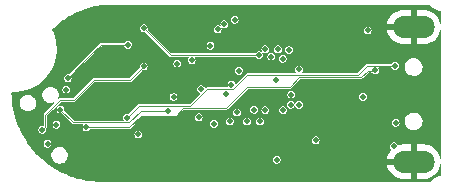
<source format=gbr>
%TF.GenerationSoftware,KiCad,Pcbnew,7.0.7*%
%TF.CreationDate,2024-04-01T13:07:59+02:00*%
%TF.ProjectId,ovrdrive,6f767264-7269-4766-952e-6b696361645f,rev?*%
%TF.SameCoordinates,Original*%
%TF.FileFunction,Copper,L3,Inr*%
%TF.FilePolarity,Positive*%
%FSLAX46Y46*%
G04 Gerber Fmt 4.6, Leading zero omitted, Abs format (unit mm)*
G04 Created by KiCad (PCBNEW 7.0.7) date 2024-04-01 13:07:59*
%MOMM*%
%LPD*%
G01*
G04 APERTURE LIST*
%TA.AperFunction,ComponentPad*%
%ADD10O,3.500000X1.900000*%
%TD*%
%TA.AperFunction,ViaPad*%
%ADD11C,0.460000*%
%TD*%
%TA.AperFunction,Conductor*%
%ADD12C,0.100000*%
%TD*%
G04 APERTURE END LIST*
D10*
%TO.N,GND*%
%TO.C,J1*%
X142100000Y-98500000D03*
X142100000Y-109900000D03*
%TD*%
D11*
%TO.N,+1V8*%
X131750000Y-104220000D03*
X127300000Y-102200000D03*
X128600000Y-105500000D03*
X131000000Y-101200000D03*
%TO.N,/SCK*%
X112700000Y-103800000D03*
X111859044Y-106772225D03*
%TO.N,/MOSI*%
X110665634Y-107206591D03*
X119243348Y-101843348D03*
%TO.N,/~{RST}*%
X112200500Y-105495000D03*
X121283771Y-105600000D03*
%TO.N,/INHIBIT*%
X117900000Y-100000000D03*
X112800000Y-102829500D03*
%TO.N,Net-(JP1-B)*%
X130500000Y-109750000D03*
%TO.N,/RB1*%
X131550000Y-100450000D03*
%TO.N,/RB0*%
X130050000Y-101010000D03*
%TO.N,/~{CE1}*%
X130450000Y-102950000D03*
%TO.N,/DQS*%
X129550000Y-105540500D03*
%TO.N,Net-(U2A-~{CE})*%
X122100000Y-101600000D03*
%TO.N,/~{CE3}*%
X131050000Y-105540500D03*
%TO.N,/~{CE2}*%
X131700000Y-105100000D03*
%TO.N,/~{RE}*%
X129550000Y-100400000D03*
%TO.N,/~{CE}*%
X119250000Y-98600000D03*
X128991864Y-100879856D03*
%TO.N,/~{WP}*%
X123900000Y-106150000D03*
%TO.N,/~{WE}*%
X125200000Y-106700000D03*
%TO.N,/ALE*%
X126550000Y-106500000D03*
%TO.N,/CLE*%
X127150000Y-105740500D03*
%TO.N,+3.3V*%
X128000000Y-106500000D03*
X130600000Y-100400000D03*
X140570500Y-106600000D03*
X132400000Y-102100000D03*
X129100000Y-106500000D03*
X123300000Y-101304500D03*
X132400000Y-105100000D03*
%TO.N,GND*%
X109000000Y-106200000D03*
X139600000Y-97400000D03*
X119800000Y-106500000D03*
X117600000Y-109800000D03*
X118200000Y-98400000D03*
X143600000Y-106600000D03*
X132350000Y-101200000D03*
X136500000Y-108600000D03*
X110200000Y-106000000D03*
X133000000Y-99000000D03*
X114600000Y-99200000D03*
X132500000Y-109000000D03*
X139750000Y-110950000D03*
X114100000Y-107900000D03*
X143600000Y-100400000D03*
X126950000Y-97150000D03*
X122550000Y-105950000D03*
X135500000Y-97050000D03*
X119900000Y-101300000D03*
X126400000Y-100400000D03*
X113030000Y-107950000D03*
X113350000Y-109800000D03*
X122100000Y-99400000D03*
X131000000Y-110600000D03*
X124600000Y-107400000D03*
X126300000Y-110800000D03*
X137000000Y-100400000D03*
X117600000Y-103800000D03*
%TO.N,+5V*%
X138200000Y-98800000D03*
X118800000Y-107600000D03*
X111100000Y-108400000D03*
X133800000Y-108095500D03*
%TO.N,/FD7*%
X126950000Y-97900000D03*
%TO.N,/FD6*%
X126072701Y-98279500D03*
%TO.N,/FD5*%
X125500000Y-98700000D03*
%TO.N,/FD4*%
X124900000Y-100100000D03*
%TO.N,/FD3*%
X126677375Y-103384648D03*
%TO.N,/FD2*%
X124104500Y-103764148D03*
%TO.N,/FD1*%
X121770207Y-104429793D03*
%TO.N,/FD0*%
X126204500Y-104150000D03*
%TO.N,VMEM*%
X140400000Y-108600000D03*
X137800000Y-104400000D03*
%TO.N,/IN1*%
X140520500Y-101800000D03*
X117845500Y-106200000D03*
%TO.N,/IN2*%
X138825627Y-102157685D03*
X114400000Y-107000000D03*
%TD*%
D12*
%TO.N,/MOSI*%
X113324700Y-104675300D02*
X112187298Y-104675300D01*
X110930000Y-106942225D02*
X110665634Y-107206591D01*
X118086696Y-103000000D02*
X115000000Y-103000000D01*
X112187298Y-104675300D02*
X110930000Y-105932598D01*
X110930000Y-105932598D02*
X110930000Y-106942225D01*
X115000000Y-103000000D02*
X113324700Y-104675300D01*
X119243348Y-101843348D02*
X118086696Y-103000000D01*
%TO.N,/~{RST}*%
X118982902Y-105600000D02*
X118002902Y-106580000D01*
X118002902Y-106580000D02*
X113600000Y-106580000D01*
X112200500Y-105495000D02*
X113285500Y-106580000D01*
X113600000Y-106580000D02*
X113390000Y-106580000D01*
X113285500Y-106580000D02*
X113600000Y-106580000D01*
X121283771Y-105600000D02*
X118982902Y-105600000D01*
%TO.N,/INHIBIT*%
X112800000Y-102800000D02*
X114700000Y-100900000D01*
X117900000Y-100000000D02*
X115600000Y-100000000D01*
X112800000Y-102829500D02*
X112800000Y-102800000D01*
X115600000Y-100000000D02*
X114700000Y-100900000D01*
%TO.N,/~{CE}*%
X121529856Y-100879856D02*
X119250000Y-98600000D01*
X128991864Y-100879856D02*
X121529856Y-100879856D01*
%TO.N,/IN1*%
X117845500Y-106200000D02*
X118845500Y-105200000D01*
X123207050Y-105200000D02*
X119800000Y-105200000D01*
X124642402Y-103764648D02*
X123207050Y-105200000D01*
X138000000Y-101950000D02*
X137380000Y-102570000D01*
X138150000Y-101800000D02*
X138172315Y-101777685D01*
X140498185Y-101777685D02*
X140520500Y-101800000D01*
X139577685Y-101777685D02*
X140498185Y-101777685D01*
X137380000Y-102570000D02*
X128029425Y-102570000D01*
X138000000Y-101950000D02*
X138150000Y-101800000D01*
X138172315Y-101777685D02*
X139577685Y-101777685D01*
X126834777Y-103764648D02*
X124642402Y-103764648D01*
X128029425Y-102570000D02*
X126834777Y-103764648D01*
X118845500Y-105200000D02*
X119800000Y-105200000D01*
%TO.N,/IN2*%
X132430000Y-102770000D02*
X137630000Y-102770000D01*
X114400000Y-107000000D02*
X118000000Y-107000000D01*
X137630000Y-102770000D02*
X138200000Y-102200000D01*
X118000000Y-107000000D02*
X119000000Y-106000000D01*
X126200000Y-105400000D02*
X128000000Y-103600000D01*
X121962598Y-106000000D02*
X122562598Y-105400000D01*
X131600000Y-103600000D02*
X132430000Y-102770000D01*
X128000000Y-103600000D02*
X131600000Y-103600000D01*
X122562598Y-105400000D02*
X126200000Y-105400000D01*
X138783312Y-102200000D02*
X138825627Y-102157685D01*
X138200000Y-102200000D02*
X138783312Y-102200000D01*
X119000000Y-106000000D02*
X121962598Y-106000000D01*
%TD*%
%TA.AperFunction,Conductor*%
%TO.N,GND*%
G36*
X143496587Y-96638571D02*
G01*
X143498954Y-96641111D01*
X143557533Y-96708643D01*
X143725459Y-96856897D01*
X143752417Y-96874984D01*
X143911470Y-96981700D01*
X144112322Y-97080875D01*
X144324501Y-97152687D01*
X144394379Y-97166368D01*
X144425623Y-97187109D01*
X144433963Y-97214455D01*
X144433963Y-98243065D01*
X144419611Y-98277713D01*
X144384963Y-98292065D01*
X144350315Y-98277713D01*
X144336631Y-98251130D01*
X144318229Y-98140853D01*
X144239774Y-97912323D01*
X144239770Y-97912313D01*
X144124777Y-97699825D01*
X144124768Y-97699811D01*
X143976364Y-97509141D01*
X143798588Y-97345488D01*
X143596313Y-97213335D01*
X143596307Y-97213331D01*
X143375036Y-97116273D01*
X143375037Y-97116273D01*
X143140801Y-97056956D01*
X142960303Y-97042000D01*
X142354000Y-97042000D01*
X142354000Y-98001000D01*
X142339648Y-98035648D01*
X142305000Y-98050000D01*
X141895000Y-98050000D01*
X141860352Y-98035648D01*
X141846000Y-98001000D01*
X141846000Y-97042000D01*
X141239697Y-97042000D01*
X141059198Y-97056956D01*
X140824963Y-97116273D01*
X140603692Y-97213331D01*
X140603686Y-97213335D01*
X140401411Y-97345488D01*
X140223635Y-97509141D01*
X140075231Y-97699811D01*
X140075222Y-97699825D01*
X139960229Y-97912313D01*
X139960225Y-97912323D01*
X139881770Y-98140853D01*
X139864225Y-98246000D01*
X140842162Y-98246000D01*
X140876810Y-98260352D01*
X140891162Y-98295000D01*
X140884597Y-98319497D01*
X140877371Y-98332013D01*
X140876376Y-98333738D01*
X140876374Y-98333744D01*
X140846190Y-98465988D01*
X140846190Y-98465991D01*
X140846190Y-98465992D01*
X140847561Y-98484282D01*
X140856326Y-98601260D01*
X140856326Y-98601262D01*
X140856327Y-98601265D01*
X140890014Y-98687099D01*
X140889314Y-98724594D01*
X140862304Y-98750613D01*
X140844402Y-98754000D01*
X139864225Y-98754000D01*
X139881770Y-98859146D01*
X139960225Y-99087676D01*
X139960229Y-99087686D01*
X140075222Y-99300174D01*
X140075231Y-99300188D01*
X140223635Y-99490858D01*
X140401411Y-99654511D01*
X140603686Y-99786664D01*
X140603692Y-99786668D01*
X140824963Y-99883726D01*
X140824962Y-99883726D01*
X141059198Y-99943043D01*
X141239697Y-99958000D01*
X141846000Y-99958000D01*
X141846000Y-98999000D01*
X141860352Y-98964352D01*
X141895000Y-98950000D01*
X142305000Y-98950000D01*
X142339648Y-98964352D01*
X142354000Y-98999000D01*
X142354000Y-99958000D01*
X142960303Y-99958000D01*
X143140801Y-99943043D01*
X143375036Y-99883726D01*
X143596307Y-99786668D01*
X143596313Y-99786664D01*
X143798588Y-99654511D01*
X143976364Y-99490858D01*
X144124768Y-99300188D01*
X144124777Y-99300174D01*
X144239770Y-99087686D01*
X144239774Y-99087676D01*
X144318229Y-98859146D01*
X144336631Y-98748869D01*
X144356490Y-98717056D01*
X144393028Y-98708602D01*
X144424841Y-98728461D01*
X144433963Y-98756934D01*
X144433963Y-109643065D01*
X144419611Y-109677713D01*
X144384963Y-109692065D01*
X144350315Y-109677713D01*
X144336631Y-109651130D01*
X144318229Y-109540853D01*
X144239774Y-109312323D01*
X144239770Y-109312313D01*
X144124777Y-109099825D01*
X144124768Y-109099811D01*
X143976364Y-108909141D01*
X143798588Y-108745488D01*
X143596313Y-108613335D01*
X143596307Y-108613331D01*
X143375036Y-108516273D01*
X143375037Y-108516273D01*
X143140801Y-108456956D01*
X142960303Y-108442000D01*
X142354000Y-108442000D01*
X142354000Y-109401000D01*
X142339648Y-109435648D01*
X142305000Y-109450000D01*
X141895000Y-109450000D01*
X141860352Y-109435648D01*
X141846000Y-109401000D01*
X141846000Y-108442000D01*
X141239697Y-108442000D01*
X141059198Y-108456956D01*
X140824962Y-108516273D01*
X140824958Y-108516274D01*
X140785418Y-108533618D01*
X140747923Y-108534393D01*
X140720863Y-108508427D01*
X140717482Y-108497260D01*
X140715359Y-108485219D01*
X140666158Y-108400000D01*
X140657084Y-108384283D01*
X140657082Y-108384280D01*
X140567799Y-108309364D01*
X140567797Y-108309363D01*
X140458276Y-108269500D01*
X140341724Y-108269500D01*
X140232202Y-108309363D01*
X140232200Y-108309364D01*
X140142917Y-108384280D01*
X140142915Y-108384283D01*
X140084641Y-108485216D01*
X140064402Y-108600000D01*
X140084641Y-108714783D01*
X140142915Y-108815716D01*
X140142917Y-108815719D01*
X140199551Y-108863240D01*
X140216868Y-108896505D01*
X140206722Y-108930872D01*
X140075231Y-109099811D01*
X140075222Y-109099825D01*
X139960229Y-109312313D01*
X139960225Y-109312323D01*
X139881770Y-109540853D01*
X139864225Y-109646000D01*
X140842162Y-109646000D01*
X140876810Y-109660352D01*
X140891162Y-109695000D01*
X140884597Y-109719497D01*
X140877371Y-109732013D01*
X140876376Y-109733738D01*
X140876374Y-109733744D01*
X140846190Y-109865988D01*
X140846190Y-109865991D01*
X140846190Y-109865992D01*
X140849474Y-109909820D01*
X140856326Y-110001260D01*
X140856326Y-110001262D01*
X140856327Y-110001265D01*
X140890014Y-110087099D01*
X140889314Y-110124594D01*
X140862304Y-110150613D01*
X140844402Y-110154000D01*
X139864225Y-110154000D01*
X139881770Y-110259146D01*
X139960225Y-110487676D01*
X139960229Y-110487686D01*
X140075222Y-110700174D01*
X140075231Y-110700188D01*
X140223635Y-110890858D01*
X140401411Y-111054511D01*
X140603686Y-111186664D01*
X140603692Y-111186668D01*
X140824963Y-111283726D01*
X140824962Y-111283726D01*
X141059198Y-111343043D01*
X141239697Y-111358000D01*
X141846000Y-111358000D01*
X141846000Y-110399000D01*
X141860352Y-110364352D01*
X141895000Y-110350000D01*
X142305000Y-110350000D01*
X142339648Y-110364352D01*
X142354000Y-110399000D01*
X142354000Y-111358000D01*
X142960303Y-111358000D01*
X143140801Y-111343043D01*
X143375036Y-111283726D01*
X143596307Y-111186668D01*
X143596313Y-111186664D01*
X143798588Y-111054511D01*
X143976364Y-110890858D01*
X144124768Y-110700188D01*
X144124777Y-110700174D01*
X144239770Y-110487686D01*
X144239774Y-110487676D01*
X144318229Y-110259146D01*
X144336631Y-110148869D01*
X144356490Y-110117056D01*
X144393028Y-110108602D01*
X144424841Y-110128461D01*
X144433963Y-110156934D01*
X144433963Y-111032991D01*
X144419611Y-111067639D01*
X144394378Y-111081078D01*
X144324505Y-111094758D01*
X144324503Y-111094758D01*
X144324501Y-111094759D01*
X144262504Y-111115741D01*
X144112321Y-111166568D01*
X143922573Y-111260258D01*
X143911472Y-111265739D01*
X143773957Y-111358000D01*
X143725451Y-111390543D01*
X143557531Y-111538785D01*
X143498939Y-111606328D01*
X143465393Y-111623096D01*
X143461925Y-111623219D01*
X115820682Y-111623219D01*
X115820286Y-111623055D01*
X115800047Y-111623218D01*
X115476903Y-111614740D01*
X115271558Y-111609032D01*
X115269929Y-111608933D01*
X114978202Y-111581317D01*
X114737402Y-111557391D01*
X114735859Y-111557188D01*
X114453854Y-111510943D01*
X114208182Y-111468699D01*
X114206732Y-111468404D01*
X113931470Y-111403753D01*
X113686439Y-111343391D01*
X113685086Y-111343016D01*
X113416450Y-111260258D01*
X113281258Y-111216537D01*
X113174734Y-111182087D01*
X113173482Y-111181644D01*
X112911993Y-111081125D01*
X112675518Y-110985564D01*
X112674369Y-110985066D01*
X112420913Y-110867243D01*
X112191210Y-110754782D01*
X112190167Y-110754239D01*
X111945714Y-110619645D01*
X111912603Y-110600398D01*
X111724157Y-110490860D01*
X111723249Y-110490304D01*
X111488740Y-110339509D01*
X111276260Y-110194834D01*
X111261347Y-110183740D01*
X111052286Y-110028211D01*
X110850503Y-109868664D01*
X110638492Y-109687258D01*
X110448523Y-109513699D01*
X110394520Y-109460711D01*
X111435270Y-109460711D01*
X111475708Y-109624774D01*
X111554225Y-109774377D01*
X111554227Y-109774381D01*
X111554232Y-109774389D01*
X111575801Y-109798735D01*
X111666277Y-109900863D01*
X111666282Y-109900867D01*
X111805339Y-109996851D01*
X111805338Y-109996851D01*
X111805341Y-109996852D01*
X111963331Y-110056770D01*
X112088985Y-110072027D01*
X112088989Y-110072027D01*
X112173151Y-110072027D01*
X112173155Y-110072027D01*
X112298809Y-110056770D01*
X112456799Y-109996852D01*
X112595859Y-109900866D01*
X112707908Y-109774389D01*
X112720708Y-109750000D01*
X130164402Y-109750000D01*
X130184641Y-109864783D01*
X130242915Y-109965716D01*
X130242917Y-109965719D01*
X130285280Y-110001265D01*
X130332201Y-110040636D01*
X130441724Y-110080500D01*
X130558276Y-110080500D01*
X130667799Y-110040636D01*
X130757083Y-109965718D01*
X130815359Y-109864781D01*
X130835598Y-109750000D01*
X130815359Y-109635219D01*
X130815358Y-109635217D01*
X130815358Y-109635216D01*
X130757084Y-109534283D01*
X130757082Y-109534280D01*
X130667799Y-109459364D01*
X130667797Y-109459363D01*
X130558276Y-109419500D01*
X130441724Y-109419500D01*
X130332202Y-109459363D01*
X130332200Y-109459364D01*
X130242917Y-109534280D01*
X130242915Y-109534283D01*
X130184641Y-109635216D01*
X130164402Y-109750000D01*
X112720708Y-109750000D01*
X112786432Y-109624773D01*
X112826870Y-109460712D01*
X112826870Y-109291742D01*
X112786432Y-109127681D01*
X112707908Y-108978065D01*
X112630453Y-108890636D01*
X112595862Y-108851590D01*
X112595857Y-108851586D01*
X112456800Y-108755602D01*
X112456801Y-108755602D01*
X112298810Y-108695684D01*
X112273678Y-108692632D01*
X112173155Y-108680427D01*
X112088985Y-108680427D01*
X112005215Y-108690598D01*
X111963329Y-108695684D01*
X111805339Y-108755602D01*
X111666282Y-108851586D01*
X111666277Y-108851590D01*
X111596041Y-108930872D01*
X111554232Y-108978065D01*
X111554230Y-108978068D01*
X111554225Y-108978076D01*
X111475708Y-109127679D01*
X111435270Y-109291742D01*
X111435270Y-109460711D01*
X110394520Y-109460711D01*
X110249378Y-109318297D01*
X110072237Y-109131645D01*
X110043935Y-109099811D01*
X109886847Y-108923118D01*
X109875358Y-108909141D01*
X109723489Y-108724383D01*
X109716060Y-108714783D01*
X109637554Y-108613331D01*
X109552659Y-108503622D01*
X109479188Y-108400000D01*
X110764402Y-108400000D01*
X110784641Y-108514783D01*
X110842915Y-108615716D01*
X110842917Y-108615719D01*
X110919825Y-108680251D01*
X110932201Y-108690636D01*
X111041724Y-108730500D01*
X111158276Y-108730500D01*
X111267799Y-108690636D01*
X111357083Y-108615718D01*
X111404036Y-108534393D01*
X111415358Y-108514783D01*
X111415358Y-108514782D01*
X111415359Y-108514781D01*
X111435598Y-108400000D01*
X111415359Y-108285219D01*
X111415358Y-108285217D01*
X111415358Y-108285216D01*
X111357084Y-108184283D01*
X111357082Y-108184280D01*
X111267799Y-108109364D01*
X111267797Y-108109363D01*
X111229709Y-108095500D01*
X133464402Y-108095500D01*
X133466847Y-108109364D01*
X133484641Y-108210283D01*
X133542915Y-108311216D01*
X133542917Y-108311219D01*
X133619825Y-108375751D01*
X133632201Y-108386136D01*
X133741724Y-108426000D01*
X133858276Y-108426000D01*
X133967799Y-108386136D01*
X134057083Y-108311218D01*
X134115359Y-108210281D01*
X134135598Y-108095500D01*
X134115359Y-107980719D01*
X134115358Y-107980717D01*
X134115358Y-107980716D01*
X134057084Y-107879783D01*
X134057082Y-107879780D01*
X133967799Y-107804864D01*
X133967797Y-107804863D01*
X133858276Y-107765000D01*
X133741724Y-107765000D01*
X133632202Y-107804863D01*
X133632200Y-107804864D01*
X133542917Y-107879780D01*
X133542915Y-107879783D01*
X133484641Y-107980716D01*
X133464402Y-108095499D01*
X133464402Y-108095500D01*
X111229709Y-108095500D01*
X111158276Y-108069500D01*
X111041724Y-108069500D01*
X110932202Y-108109363D01*
X110932200Y-108109364D01*
X110842917Y-108184280D01*
X110842915Y-108184283D01*
X110784641Y-108285216D01*
X110764402Y-108400000D01*
X109479188Y-108400000D01*
X109403990Y-108293942D01*
X109347924Y-108210283D01*
X109248746Y-108062294D01*
X109248187Y-108061418D01*
X109115246Y-107842383D01*
X108976004Y-107600469D01*
X108975749Y-107600000D01*
X118464402Y-107600000D01*
X118484641Y-107714783D01*
X118542915Y-107815716D01*
X118542917Y-107815719D01*
X118619263Y-107879780D01*
X118632201Y-107890636D01*
X118741724Y-107930500D01*
X118858276Y-107930500D01*
X118967799Y-107890636D01*
X119057083Y-107815718D01*
X119115359Y-107714781D01*
X119135598Y-107600000D01*
X119115359Y-107485219D01*
X119115358Y-107485217D01*
X119115358Y-107485216D01*
X119057084Y-107384283D01*
X119057082Y-107384280D01*
X118967799Y-107309364D01*
X118967797Y-107309363D01*
X118858276Y-107269500D01*
X118741724Y-107269500D01*
X118632202Y-107309363D01*
X118632200Y-107309364D01*
X118542917Y-107384280D01*
X118542915Y-107384283D01*
X118484641Y-107485216D01*
X118464402Y-107600000D01*
X108975749Y-107600000D01*
X108975447Y-107599444D01*
X108943439Y-107537091D01*
X108858670Y-107371955D01*
X108777948Y-107206590D01*
X110330036Y-107206590D01*
X110350275Y-107321374D01*
X110408549Y-107422307D01*
X110408551Y-107422310D01*
X110483521Y-107485216D01*
X110497835Y-107497227D01*
X110607358Y-107537091D01*
X110723910Y-107537091D01*
X110833433Y-107497227D01*
X110922717Y-107422309D01*
X110980993Y-107321372D01*
X111001232Y-107206591D01*
X110987259Y-107127351D01*
X110995376Y-107090738D01*
X111000855Y-107084208D01*
X111050430Y-107034634D01*
X111064935Y-107020129D01*
X111068574Y-107006544D01*
X111073471Y-106994724D01*
X111075695Y-106990874D01*
X111080500Y-106982552D01*
X111080501Y-106901899D01*
X111080500Y-106901897D01*
X111080500Y-106772225D01*
X111523446Y-106772225D01*
X111543685Y-106887008D01*
X111601959Y-106987941D01*
X111601961Y-106987944D01*
X111657604Y-107034633D01*
X111691245Y-107062861D01*
X111800768Y-107102725D01*
X111917320Y-107102725D01*
X112026843Y-107062861D01*
X112116127Y-106987943D01*
X112165806Y-106901897D01*
X112174402Y-106887008D01*
X112174402Y-106887007D01*
X112174403Y-106887006D01*
X112194642Y-106772225D01*
X112174403Y-106657444D01*
X112174402Y-106657442D01*
X112174402Y-106657441D01*
X112116128Y-106556508D01*
X112116126Y-106556505D01*
X112026843Y-106481589D01*
X112026841Y-106481588D01*
X111917320Y-106441725D01*
X111800768Y-106441725D01*
X111691246Y-106481588D01*
X111691244Y-106481589D01*
X111601961Y-106556505D01*
X111601959Y-106556508D01*
X111543685Y-106657441D01*
X111523446Y-106772225D01*
X111080500Y-106772225D01*
X111080499Y-106015231D01*
X111094850Y-105980585D01*
X111580435Y-105495000D01*
X111864902Y-105495000D01*
X111885141Y-105609783D01*
X111943415Y-105710716D01*
X111943417Y-105710719D01*
X112009123Y-105765852D01*
X112032701Y-105785636D01*
X112142224Y-105825500D01*
X112258776Y-105825500D01*
X112272979Y-105820330D01*
X112310445Y-105821964D01*
X112324387Y-105831726D01*
X113150565Y-106657904D01*
X113207596Y-106714935D01*
X113221178Y-106718573D01*
X113232991Y-106723466D01*
X113245173Y-106730500D01*
X113325827Y-106730501D01*
X113325829Y-106730500D01*
X113370186Y-106730500D01*
X113580186Y-106730500D01*
X114089097Y-106730500D01*
X114123745Y-106744852D01*
X114138097Y-106779500D01*
X114131532Y-106804000D01*
X114084641Y-106885216D01*
X114064402Y-107000000D01*
X114084641Y-107114783D01*
X114142915Y-107215716D01*
X114142917Y-107215719D01*
X114207012Y-107269500D01*
X114232201Y-107290636D01*
X114341724Y-107330500D01*
X114458276Y-107330500D01*
X114567799Y-107290636D01*
X114657083Y-107215718D01*
X114680591Y-107175000D01*
X114710345Y-107152170D01*
X114723027Y-107150500D01*
X118040327Y-107150500D01*
X118052501Y-107143469D01*
X118064319Y-107138574D01*
X118077904Y-107134935D01*
X118134935Y-107077905D01*
X118134935Y-107077903D01*
X118141824Y-107071015D01*
X118141826Y-107071011D01*
X118512837Y-106700000D01*
X124864402Y-106700000D01*
X124884641Y-106814783D01*
X124942915Y-106915716D01*
X124942917Y-106915719D01*
X124985224Y-106951218D01*
X125032201Y-106990636D01*
X125141724Y-107030500D01*
X125258276Y-107030500D01*
X125367799Y-106990636D01*
X125457083Y-106915718D01*
X125506284Y-106830500D01*
X125515358Y-106814783D01*
X125515358Y-106814782D01*
X125515359Y-106814781D01*
X125535598Y-106700000D01*
X125515359Y-106585219D01*
X125515358Y-106585217D01*
X125515358Y-106585216D01*
X125466158Y-106500000D01*
X126214402Y-106500000D01*
X126234641Y-106614783D01*
X126292915Y-106715716D01*
X126292917Y-106715719D01*
X126368930Y-106779500D01*
X126382201Y-106790636D01*
X126491724Y-106830500D01*
X126608276Y-106830500D01*
X126717799Y-106790636D01*
X126807083Y-106715718D01*
X126840729Y-106657441D01*
X126865358Y-106614783D01*
X126865358Y-106614782D01*
X126865359Y-106614781D01*
X126885598Y-106500000D01*
X127664402Y-106500000D01*
X127684641Y-106614783D01*
X127742915Y-106715716D01*
X127742917Y-106715719D01*
X127818930Y-106779500D01*
X127832201Y-106790636D01*
X127941724Y-106830500D01*
X128058276Y-106830500D01*
X128167799Y-106790636D01*
X128257083Y-106715718D01*
X128290729Y-106657441D01*
X128315358Y-106614783D01*
X128315358Y-106614782D01*
X128315359Y-106614781D01*
X128335598Y-106500000D01*
X128764402Y-106500000D01*
X128784641Y-106614783D01*
X128842915Y-106715716D01*
X128842917Y-106715719D01*
X128918930Y-106779500D01*
X128932201Y-106790636D01*
X129041724Y-106830500D01*
X129158276Y-106830500D01*
X129267799Y-106790636D01*
X129357083Y-106715718D01*
X129390729Y-106657441D01*
X129415358Y-106614783D01*
X129415358Y-106614782D01*
X129415359Y-106614781D01*
X129417965Y-106600000D01*
X140234902Y-106600000D01*
X140255141Y-106714783D01*
X140313415Y-106815716D01*
X140313417Y-106815719D01*
X140385367Y-106876091D01*
X140402701Y-106890636D01*
X140512224Y-106930500D01*
X140628776Y-106930500D01*
X140738299Y-106890636D01*
X140827583Y-106815718D01*
X140884745Y-106716710D01*
X140885858Y-106714783D01*
X140885858Y-106714782D01*
X140885859Y-106714781D01*
X140906098Y-106600000D01*
X140896212Y-106543935D01*
X141345669Y-106543935D01*
X141376135Y-106716711D01*
X141444884Y-106876091D01*
X141445624Y-106877806D01*
X141529800Y-106990873D01*
X141550390Y-107018530D01*
X141684786Y-107131302D01*
X141841567Y-107210040D01*
X142012279Y-107250500D01*
X142012280Y-107250500D01*
X142143705Y-107250500D01*
X142143709Y-107250500D01*
X142274255Y-107235241D01*
X142439117Y-107175237D01*
X142585696Y-107078830D01*
X142706092Y-106951218D01*
X142793812Y-106799281D01*
X142844130Y-106631210D01*
X142854331Y-106456065D01*
X142823865Y-106283289D01*
X142754377Y-106122196D01*
X142721403Y-106077905D01*
X142689625Y-106035219D01*
X142649610Y-105981470D01*
X142639426Y-105972925D01*
X142515214Y-105868698D01*
X142358434Y-105789960D01*
X142358432Y-105789959D01*
X142216066Y-105756218D01*
X142187721Y-105749500D01*
X142056291Y-105749500D01*
X141969260Y-105759672D01*
X141925743Y-105764759D01*
X141925742Y-105764760D01*
X141760883Y-105824762D01*
X141614305Y-105921169D01*
X141614299Y-105921173D01*
X141493912Y-106048776D01*
X141493907Y-106048783D01*
X141406189Y-106200716D01*
X141406185Y-106200725D01*
X141355871Y-106368785D01*
X141355869Y-106368792D01*
X141348228Y-106500000D01*
X141345669Y-106543935D01*
X140896212Y-106543935D01*
X140885859Y-106485219D01*
X140885858Y-106485217D01*
X140885858Y-106485216D01*
X140827584Y-106384283D01*
X140827582Y-106384280D01*
X140738299Y-106309364D01*
X140738297Y-106309363D01*
X140628776Y-106269500D01*
X140512224Y-106269500D01*
X140402702Y-106309363D01*
X140402700Y-106309364D01*
X140313417Y-106384280D01*
X140313415Y-106384283D01*
X140255141Y-106485216D01*
X140234902Y-106600000D01*
X129417965Y-106600000D01*
X129435598Y-106500000D01*
X129415359Y-106385219D01*
X129415358Y-106385217D01*
X129415358Y-106385216D01*
X129357084Y-106284283D01*
X129357082Y-106284280D01*
X129267799Y-106209364D01*
X129267797Y-106209363D01*
X129158276Y-106169500D01*
X129041724Y-106169500D01*
X128932202Y-106209363D01*
X128932200Y-106209364D01*
X128842917Y-106284280D01*
X128842915Y-106284283D01*
X128784641Y-106385216D01*
X128764402Y-106500000D01*
X128335598Y-106500000D01*
X128315359Y-106385219D01*
X128315358Y-106385217D01*
X128315358Y-106385216D01*
X128257084Y-106284283D01*
X128257082Y-106284280D01*
X128167799Y-106209364D01*
X128167797Y-106209363D01*
X128058276Y-106169500D01*
X127941724Y-106169500D01*
X127832202Y-106209363D01*
X127832200Y-106209364D01*
X127742917Y-106284280D01*
X127742915Y-106284283D01*
X127684641Y-106385216D01*
X127664402Y-106500000D01*
X126885598Y-106500000D01*
X126865359Y-106385219D01*
X126865358Y-106385217D01*
X126865358Y-106385216D01*
X126807084Y-106284283D01*
X126807082Y-106284280D01*
X126717799Y-106209364D01*
X126717797Y-106209363D01*
X126608276Y-106169500D01*
X126491724Y-106169500D01*
X126382202Y-106209363D01*
X126382200Y-106209364D01*
X126292917Y-106284280D01*
X126292915Y-106284283D01*
X126234641Y-106385216D01*
X126214402Y-106500000D01*
X125466158Y-106500000D01*
X125457084Y-106484283D01*
X125457082Y-106484280D01*
X125367799Y-106409364D01*
X125367797Y-106409363D01*
X125258276Y-106369500D01*
X125141724Y-106369500D01*
X125032202Y-106409363D01*
X125032200Y-106409364D01*
X124942917Y-106484280D01*
X124942915Y-106484283D01*
X124884641Y-106585216D01*
X124864402Y-106700000D01*
X118512837Y-106700000D01*
X119047986Y-106164852D01*
X119082635Y-106150500D01*
X122002925Y-106150500D01*
X122003791Y-106150000D01*
X123564402Y-106150000D01*
X123584641Y-106264783D01*
X123642915Y-106365716D01*
X123642917Y-106365719D01*
X123702505Y-106415718D01*
X123732201Y-106440636D01*
X123841724Y-106480500D01*
X123958276Y-106480500D01*
X124067799Y-106440636D01*
X124157083Y-106365718D01*
X124204673Y-106283289D01*
X124215358Y-106264783D01*
X124215358Y-106264782D01*
X124215359Y-106264781D01*
X124235598Y-106150000D01*
X124215359Y-106035219D01*
X124215358Y-106035217D01*
X124215358Y-106035216D01*
X124157084Y-105934283D01*
X124157082Y-105934280D01*
X124067799Y-105859364D01*
X124067797Y-105859363D01*
X123958276Y-105819500D01*
X123841724Y-105819500D01*
X123732202Y-105859363D01*
X123732200Y-105859364D01*
X123642917Y-105934280D01*
X123642915Y-105934283D01*
X123584641Y-106035216D01*
X123564402Y-106150000D01*
X122003791Y-106150000D01*
X122015099Y-106143469D01*
X122026917Y-106138574D01*
X122040502Y-106134935D01*
X122097533Y-106077905D01*
X122097533Y-106077903D01*
X122104422Y-106071015D01*
X122104424Y-106071011D01*
X122434936Y-105740500D01*
X126814402Y-105740500D01*
X126834641Y-105855283D01*
X126892915Y-105956216D01*
X126892917Y-105956219D01*
X126963247Y-106015232D01*
X126982201Y-106031136D01*
X127091724Y-106071000D01*
X127208276Y-106071000D01*
X127317799Y-106031136D01*
X127407083Y-105956218D01*
X127465359Y-105855281D01*
X127485598Y-105740500D01*
X127465359Y-105625719D01*
X127465358Y-105625717D01*
X127465358Y-105625716D01*
X127407084Y-105524783D01*
X127407082Y-105524780D01*
X127377550Y-105500000D01*
X128264402Y-105500000D01*
X128284641Y-105614783D01*
X128342915Y-105715716D01*
X128342917Y-105715719D01*
X128419825Y-105780251D01*
X128432201Y-105790636D01*
X128541724Y-105830500D01*
X128658276Y-105830500D01*
X128767799Y-105790636D01*
X128857083Y-105715718D01*
X128915359Y-105614781D01*
X128928457Y-105540500D01*
X129214402Y-105540500D01*
X129234641Y-105655283D01*
X129292915Y-105756216D01*
X129292917Y-105756219D01*
X129368334Y-105819500D01*
X129382201Y-105831136D01*
X129491724Y-105871000D01*
X129608276Y-105871000D01*
X129717799Y-105831136D01*
X129807083Y-105756218D01*
X129865359Y-105655281D01*
X129885598Y-105540500D01*
X130714402Y-105540500D01*
X130734641Y-105655283D01*
X130792915Y-105756216D01*
X130792917Y-105756219D01*
X130868334Y-105819500D01*
X130882201Y-105831136D01*
X130991724Y-105871000D01*
X131108276Y-105871000D01*
X131217799Y-105831136D01*
X131307083Y-105756218D01*
X131365359Y-105655281D01*
X131385598Y-105540500D01*
X131365359Y-105425719D01*
X131365358Y-105425717D01*
X131365358Y-105425716D01*
X131307084Y-105324783D01*
X131307082Y-105324780D01*
X131217799Y-105249864D01*
X131217797Y-105249863D01*
X131108276Y-105210000D01*
X130991724Y-105210000D01*
X130882202Y-105249863D01*
X130882200Y-105249864D01*
X130792917Y-105324780D01*
X130792915Y-105324783D01*
X130734641Y-105425716D01*
X130714402Y-105540500D01*
X129885598Y-105540500D01*
X129865359Y-105425719D01*
X129865358Y-105425717D01*
X129865358Y-105425716D01*
X129807084Y-105324783D01*
X129807082Y-105324780D01*
X129717799Y-105249864D01*
X129717797Y-105249863D01*
X129608276Y-105210000D01*
X129491724Y-105210000D01*
X129382202Y-105249863D01*
X129382200Y-105249864D01*
X129292917Y-105324780D01*
X129292915Y-105324783D01*
X129234641Y-105425716D01*
X129214402Y-105540500D01*
X128928457Y-105540500D01*
X128935598Y-105500000D01*
X128915359Y-105385219D01*
X128915358Y-105385217D01*
X128915358Y-105385216D01*
X128857084Y-105284283D01*
X128857082Y-105284280D01*
X128767799Y-105209364D01*
X128767797Y-105209363D01*
X128658276Y-105169500D01*
X128541724Y-105169500D01*
X128432202Y-105209363D01*
X128432200Y-105209364D01*
X128342917Y-105284280D01*
X128342915Y-105284283D01*
X128284641Y-105385216D01*
X128264402Y-105500000D01*
X127377550Y-105500000D01*
X127317799Y-105449864D01*
X127317797Y-105449863D01*
X127208276Y-105410000D01*
X127091724Y-105410000D01*
X126982202Y-105449863D01*
X126982200Y-105449864D01*
X126892917Y-105524780D01*
X126892915Y-105524783D01*
X126834641Y-105625716D01*
X126814402Y-105740500D01*
X122434936Y-105740500D01*
X122610584Y-105564852D01*
X122645233Y-105550500D01*
X126240327Y-105550500D01*
X126252501Y-105543469D01*
X126264319Y-105538574D01*
X126277904Y-105534935D01*
X126334935Y-105477905D01*
X126334935Y-105477903D01*
X126341824Y-105471015D01*
X126341826Y-105471011D01*
X126712837Y-105100000D01*
X131364402Y-105100000D01*
X131384641Y-105214783D01*
X131442915Y-105315716D01*
X131442917Y-105315719D01*
X131506579Y-105369137D01*
X131532201Y-105390636D01*
X131641724Y-105430500D01*
X131758276Y-105430500D01*
X131867799Y-105390636D01*
X131957083Y-105315718D01*
X132007565Y-105228280D01*
X132037316Y-105205451D01*
X132074498Y-105210345D01*
X132092434Y-105228281D01*
X132142915Y-105315716D01*
X132142917Y-105315719D01*
X132206579Y-105369137D01*
X132232201Y-105390636D01*
X132341724Y-105430500D01*
X132458276Y-105430500D01*
X132567799Y-105390636D01*
X132657083Y-105315718D01*
X132715359Y-105214781D01*
X132735598Y-105100000D01*
X132715359Y-104985219D01*
X132715358Y-104985217D01*
X132715358Y-104985216D01*
X132657084Y-104884283D01*
X132657082Y-104884280D01*
X132567799Y-104809364D01*
X132567797Y-104809363D01*
X132458276Y-104769500D01*
X132341724Y-104769500D01*
X132232202Y-104809363D01*
X132232200Y-104809364D01*
X132142917Y-104884280D01*
X132142915Y-104884283D01*
X132092434Y-104971718D01*
X132062681Y-104994548D01*
X132025499Y-104989653D01*
X132007564Y-104971718D01*
X131957084Y-104884283D01*
X131957082Y-104884280D01*
X131867799Y-104809364D01*
X131867797Y-104809363D01*
X131758276Y-104769500D01*
X131641724Y-104769500D01*
X131532202Y-104809363D01*
X131532200Y-104809364D01*
X131442917Y-104884280D01*
X131442915Y-104884283D01*
X131384641Y-104985216D01*
X131364402Y-105100000D01*
X126712837Y-105100000D01*
X127592838Y-104220000D01*
X131414402Y-104220000D01*
X131434641Y-104334783D01*
X131492915Y-104435716D01*
X131492917Y-104435719D01*
X131546286Y-104480500D01*
X131582201Y-104510636D01*
X131691724Y-104550500D01*
X131808276Y-104550500D01*
X131917799Y-104510636D01*
X132007083Y-104435718D01*
X132027705Y-104400000D01*
X137464402Y-104400000D01*
X137484641Y-104514783D01*
X137542915Y-104615716D01*
X137542917Y-104615719D01*
X137619825Y-104680251D01*
X137632201Y-104690636D01*
X137741724Y-104730500D01*
X137858276Y-104730500D01*
X137967799Y-104690636D01*
X138057083Y-104615718D01*
X138115359Y-104514781D01*
X138135598Y-104400000D01*
X138115359Y-104285219D01*
X138115358Y-104285217D01*
X138115358Y-104285216D01*
X138057084Y-104184283D01*
X138057082Y-104184280D01*
X137967799Y-104109364D01*
X137967797Y-104109363D01*
X137858276Y-104069500D01*
X137741724Y-104069500D01*
X137632202Y-104109363D01*
X137632200Y-104109364D01*
X137542917Y-104184280D01*
X137542915Y-104184283D01*
X137484641Y-104285216D01*
X137464402Y-104400000D01*
X132027705Y-104400000D01*
X132065359Y-104334781D01*
X132085598Y-104220000D01*
X132065359Y-104105219D01*
X132065358Y-104105217D01*
X132065358Y-104105216D01*
X132007084Y-104004283D01*
X132007082Y-104004280D01*
X131917799Y-103929364D01*
X131917797Y-103929363D01*
X131808276Y-103889500D01*
X131691724Y-103889500D01*
X131582202Y-103929363D01*
X131582200Y-103929364D01*
X131492917Y-104004280D01*
X131492915Y-104004283D01*
X131434641Y-104105216D01*
X131414402Y-104220000D01*
X127592838Y-104220000D01*
X128047986Y-103764852D01*
X128082635Y-103750500D01*
X131640327Y-103750500D01*
X131652501Y-103743469D01*
X131664319Y-103738574D01*
X131677904Y-103734935D01*
X131734935Y-103677905D01*
X131734935Y-103677903D01*
X131741824Y-103671015D01*
X131741826Y-103671011D01*
X132477986Y-102934852D01*
X132512635Y-102920500D01*
X137670327Y-102920500D01*
X137682501Y-102913469D01*
X137694319Y-102908574D01*
X137707904Y-102904935D01*
X137764935Y-102847905D01*
X137764935Y-102847903D01*
X137771824Y-102841015D01*
X137771826Y-102841011D01*
X138247986Y-102364852D01*
X138282635Y-102350500D01*
X138527030Y-102350500D01*
X138561678Y-102364852D01*
X138565747Y-102370154D01*
X138565789Y-102370120D01*
X138568544Y-102373404D01*
X138635703Y-102429756D01*
X138657828Y-102448321D01*
X138767351Y-102488185D01*
X138883903Y-102488185D01*
X138993426Y-102448321D01*
X139082710Y-102373403D01*
X139140986Y-102272466D01*
X139161225Y-102157685D01*
X139140986Y-102042904D01*
X139140985Y-102042902D01*
X139140985Y-102042901D01*
X139117189Y-102001685D01*
X139112294Y-101964502D01*
X139135124Y-101934750D01*
X139159624Y-101928185D01*
X139557871Y-101928185D01*
X140184590Y-101928185D01*
X140219238Y-101942537D01*
X140227025Y-101952685D01*
X140263415Y-102015716D01*
X140263417Y-102015719D01*
X140340325Y-102080251D01*
X140352701Y-102090636D01*
X140462224Y-102130500D01*
X140578776Y-102130500D01*
X140688299Y-102090636D01*
X140777583Y-102015718D01*
X140819027Y-101943935D01*
X141345669Y-101943935D01*
X141376135Y-102116711D01*
X141443321Y-102272468D01*
X141445624Y-102277806D01*
X141516794Y-102373403D01*
X141550390Y-102418530D01*
X141684786Y-102531302D01*
X141841567Y-102610040D01*
X142012279Y-102650500D01*
X142012280Y-102650500D01*
X142143705Y-102650500D01*
X142143709Y-102650500D01*
X142274255Y-102635241D01*
X142439117Y-102575237D01*
X142585696Y-102478830D01*
X142706092Y-102351218D01*
X142793812Y-102199281D01*
X142844130Y-102031210D01*
X142854331Y-101856065D01*
X142823865Y-101683289D01*
X142754377Y-101522196D01*
X142752904Y-101520218D01*
X142677759Y-101419281D01*
X142649610Y-101381470D01*
X142577747Y-101321170D01*
X142515214Y-101268698D01*
X142358434Y-101189960D01*
X142358432Y-101189959D01*
X142228180Y-101159089D01*
X142187721Y-101149500D01*
X142056291Y-101149500D01*
X141969260Y-101159672D01*
X141925743Y-101164759D01*
X141925742Y-101164760D01*
X141760883Y-101224762D01*
X141614305Y-101321169D01*
X141614299Y-101321173D01*
X141493912Y-101448776D01*
X141493907Y-101448783D01*
X141406189Y-101600716D01*
X141406185Y-101600725D01*
X141355871Y-101768785D01*
X141355869Y-101768792D01*
X141345750Y-101942536D01*
X141345669Y-101943935D01*
X140819027Y-101943935D01*
X140835859Y-101914781D01*
X140856098Y-101800000D01*
X140835859Y-101685219D01*
X140835858Y-101685217D01*
X140835858Y-101685216D01*
X140777584Y-101584283D01*
X140777582Y-101584280D01*
X140688299Y-101509364D01*
X140688297Y-101509363D01*
X140578776Y-101469500D01*
X140462224Y-101469500D01*
X140352702Y-101509363D01*
X140352700Y-101509364D01*
X140263417Y-101584280D01*
X140263417Y-101584281D01*
X140252793Y-101602684D01*
X140223040Y-101625515D01*
X140210357Y-101627185D01*
X138131986Y-101627185D01*
X138119809Y-101634216D01*
X138107993Y-101639110D01*
X138094413Y-101642748D01*
X138094412Y-101642749D01*
X138037380Y-101699780D01*
X138037379Y-101699781D01*
X137907591Y-101829570D01*
X137332013Y-102405148D01*
X137297365Y-102419500D01*
X132668028Y-102419500D01*
X132633380Y-102405148D01*
X132619028Y-102370500D01*
X132633380Y-102335852D01*
X132636531Y-102332964D01*
X132657082Y-102315719D01*
X132657084Y-102315716D01*
X132678972Y-102277806D01*
X132715359Y-102214781D01*
X132735598Y-102100000D01*
X132715359Y-101985219D01*
X132715358Y-101985217D01*
X132715358Y-101985216D01*
X132657084Y-101884283D01*
X132657082Y-101884280D01*
X132567799Y-101809364D01*
X132567797Y-101809363D01*
X132458276Y-101769500D01*
X132341724Y-101769500D01*
X132232202Y-101809363D01*
X132232200Y-101809364D01*
X132142917Y-101884280D01*
X132142915Y-101884283D01*
X132084641Y-101985216D01*
X132064402Y-102100000D01*
X132084641Y-102214783D01*
X132142915Y-102315716D01*
X132142917Y-102315719D01*
X132163469Y-102332964D01*
X132180786Y-102366230D01*
X132169508Y-102401997D01*
X132136242Y-102419314D01*
X132131972Y-102419500D01*
X127989096Y-102419500D01*
X127976919Y-102426531D01*
X127965103Y-102431425D01*
X127951523Y-102435063D01*
X127951522Y-102435064D01*
X127894490Y-102492095D01*
X127894489Y-102492096D01*
X127077876Y-103308708D01*
X127043228Y-103323060D01*
X127008580Y-103308708D01*
X126994973Y-103282569D01*
X126992734Y-103269867D01*
X126991732Y-103268132D01*
X126934459Y-103168931D01*
X126934457Y-103168928D01*
X126845174Y-103094012D01*
X126845172Y-103094011D01*
X126735651Y-103054148D01*
X126619099Y-103054148D01*
X126509577Y-103094011D01*
X126509575Y-103094012D01*
X126420292Y-103168928D01*
X126420290Y-103168931D01*
X126362016Y-103269864D01*
X126341777Y-103384648D01*
X126362016Y-103499431D01*
X126385813Y-103540648D01*
X126390708Y-103577831D01*
X126367878Y-103607583D01*
X126343378Y-103614148D01*
X124602073Y-103614148D01*
X124589896Y-103621179D01*
X124578080Y-103626073D01*
X124564500Y-103629711D01*
X124564499Y-103629712D01*
X124507467Y-103686743D01*
X124505144Y-103689066D01*
X124470492Y-103703410D01*
X124435847Y-103689051D01*
X124422248Y-103662918D01*
X124419859Y-103649367D01*
X124403585Y-103621179D01*
X124361584Y-103548431D01*
X124361582Y-103548428D01*
X124272299Y-103473512D01*
X124272297Y-103473511D01*
X124162776Y-103433648D01*
X124046224Y-103433648D01*
X123936702Y-103473511D01*
X123936700Y-103473512D01*
X123847417Y-103548428D01*
X123847415Y-103548431D01*
X123789141Y-103649364D01*
X123768902Y-103764148D01*
X123789141Y-103878931D01*
X123847415Y-103979864D01*
X123847417Y-103979867D01*
X123913381Y-104035216D01*
X123936701Y-104054784D01*
X124013055Y-104082575D01*
X124040704Y-104107910D01*
X124042340Y-104145378D01*
X124030943Y-104163267D01*
X123159063Y-105035148D01*
X123124415Y-105049500D01*
X118805171Y-105049500D01*
X118792994Y-105056531D01*
X118781178Y-105061425D01*
X118767598Y-105065063D01*
X118767597Y-105065064D01*
X118710565Y-105122095D01*
X118710564Y-105122096D01*
X117969386Y-105863273D01*
X117934738Y-105877625D01*
X117917982Y-105874670D01*
X117903776Y-105869500D01*
X117787224Y-105869500D01*
X117677702Y-105909363D01*
X117677700Y-105909364D01*
X117588417Y-105984280D01*
X117588415Y-105984283D01*
X117530141Y-106085216D01*
X117509902Y-106200000D01*
X117530141Y-106314783D01*
X117553938Y-106356000D01*
X117558833Y-106393183D01*
X117536003Y-106422935D01*
X117511503Y-106429500D01*
X113368135Y-106429500D01*
X113333487Y-106415148D01*
X112535732Y-105617393D01*
X112521380Y-105582745D01*
X112522124Y-105574245D01*
X112536098Y-105495000D01*
X112515859Y-105380219D01*
X112515858Y-105380217D01*
X112515858Y-105380216D01*
X112457584Y-105279283D01*
X112457582Y-105279280D01*
X112368299Y-105204364D01*
X112368297Y-105204363D01*
X112258776Y-105164500D01*
X112142224Y-105164500D01*
X112032702Y-105204363D01*
X112032700Y-105204364D01*
X111943417Y-105279280D01*
X111943415Y-105279283D01*
X111885141Y-105380216D01*
X111864902Y-105495000D01*
X111580435Y-105495000D01*
X112235284Y-104840152D01*
X112269933Y-104825800D01*
X113365027Y-104825800D01*
X113377201Y-104818769D01*
X113389019Y-104813874D01*
X113402604Y-104810235D01*
X113459635Y-104753205D01*
X113459635Y-104753203D01*
X113466524Y-104746315D01*
X113466526Y-104746311D01*
X113783044Y-104429793D01*
X121434609Y-104429793D01*
X121454848Y-104544576D01*
X121513122Y-104645509D01*
X121513124Y-104645512D01*
X121579891Y-104701535D01*
X121602408Y-104720429D01*
X121711931Y-104760293D01*
X121828483Y-104760293D01*
X121938006Y-104720429D01*
X122018056Y-104653259D01*
X122027289Y-104645512D01*
X122027291Y-104645509D01*
X122085565Y-104544576D01*
X122085565Y-104544575D01*
X122085566Y-104544574D01*
X122105805Y-104429793D01*
X122085566Y-104315012D01*
X122085565Y-104315010D01*
X122085565Y-104315009D01*
X122027291Y-104214076D01*
X122027289Y-104214073D01*
X121938006Y-104139157D01*
X121938004Y-104139156D01*
X121828483Y-104099293D01*
X121711931Y-104099293D01*
X121602409Y-104139156D01*
X121602407Y-104139157D01*
X121513124Y-104214073D01*
X121513122Y-104214076D01*
X121454848Y-104315009D01*
X121434609Y-104429793D01*
X113783044Y-104429793D01*
X115047986Y-103164852D01*
X115082635Y-103150500D01*
X118127023Y-103150500D01*
X118139197Y-103143469D01*
X118151015Y-103138574D01*
X118164600Y-103134935D01*
X118221631Y-103077905D01*
X118221631Y-103077903D01*
X118228520Y-103071015D01*
X118228522Y-103071011D01*
X119099533Y-102200000D01*
X126964402Y-102200000D01*
X126984641Y-102314783D01*
X127042915Y-102415716D01*
X127042917Y-102415719D01*
X127118126Y-102478826D01*
X127132201Y-102490636D01*
X127241724Y-102530500D01*
X127358276Y-102530500D01*
X127467799Y-102490636D01*
X127552576Y-102419500D01*
X127557082Y-102415719D01*
X127557084Y-102415716D01*
X127563186Y-102405148D01*
X127604861Y-102332964D01*
X127615358Y-102314783D01*
X127615358Y-102314782D01*
X127615359Y-102314781D01*
X127635598Y-102200000D01*
X127615359Y-102085219D01*
X127615358Y-102085217D01*
X127615358Y-102085216D01*
X127557084Y-101984283D01*
X127557082Y-101984280D01*
X127467799Y-101909364D01*
X127467797Y-101909363D01*
X127358276Y-101869500D01*
X127241724Y-101869500D01*
X127132202Y-101909363D01*
X127132200Y-101909364D01*
X127042917Y-101984280D01*
X127042915Y-101984283D01*
X126984641Y-102085216D01*
X126964402Y-102200000D01*
X119099533Y-102200000D01*
X119119460Y-102180073D01*
X119154107Y-102165722D01*
X119170862Y-102168676D01*
X119185072Y-102173848D01*
X119185073Y-102173848D01*
X119301624Y-102173848D01*
X119411147Y-102133984D01*
X119500431Y-102059066D01*
X119558707Y-101958129D01*
X119578946Y-101843348D01*
X119558707Y-101728567D01*
X119558706Y-101728565D01*
X119558706Y-101728564D01*
X119500432Y-101627631D01*
X119500430Y-101627628D01*
X119467504Y-101600000D01*
X121764402Y-101600000D01*
X121784641Y-101714783D01*
X121842915Y-101815716D01*
X121842917Y-101815719D01*
X121891004Y-101856068D01*
X121932201Y-101890636D01*
X122041724Y-101930500D01*
X122158276Y-101930500D01*
X122267799Y-101890636D01*
X122357083Y-101815718D01*
X122415359Y-101714781D01*
X122435598Y-101600000D01*
X122415359Y-101485219D01*
X122415358Y-101485217D01*
X122415358Y-101485216D01*
X122357084Y-101384283D01*
X122357082Y-101384280D01*
X122267799Y-101309364D01*
X122267797Y-101309363D01*
X122158276Y-101269500D01*
X122041724Y-101269500D01*
X121932202Y-101309363D01*
X121932200Y-101309364D01*
X121842917Y-101384280D01*
X121842915Y-101384283D01*
X121784641Y-101485216D01*
X121764402Y-101600000D01*
X119467504Y-101600000D01*
X119411147Y-101552712D01*
X119411145Y-101552711D01*
X119301624Y-101512848D01*
X119185072Y-101512848D01*
X119075550Y-101552711D01*
X119075548Y-101552712D01*
X118986265Y-101627628D01*
X118986263Y-101627631D01*
X118927989Y-101728564D01*
X118907750Y-101843348D01*
X118921721Y-101922586D01*
X118913603Y-101959200D01*
X118908113Y-101965742D01*
X118038709Y-102835148D01*
X118004061Y-102849500D01*
X114959671Y-102849500D01*
X114947494Y-102856531D01*
X114935678Y-102861425D01*
X114922098Y-102865063D01*
X114922097Y-102865064D01*
X114865065Y-102922095D01*
X114865064Y-102922096D01*
X113276713Y-104510448D01*
X113242065Y-104524800D01*
X112146969Y-104524800D01*
X112134792Y-104531831D01*
X112122976Y-104536725D01*
X112109396Y-104540363D01*
X112109394Y-104540365D01*
X112074040Y-104575717D01*
X112039393Y-104590068D01*
X112004745Y-104575716D01*
X111990394Y-104541067D01*
X111996007Y-104518296D01*
X112003697Y-104503643D01*
X112003698Y-104503642D01*
X112044136Y-104339581D01*
X112044136Y-104170611D01*
X112003698Y-104006550D01*
X112002507Y-104004280D01*
X111925180Y-103856945D01*
X111925179Y-103856943D01*
X111925174Y-103856934D01*
X111874735Y-103800000D01*
X112364402Y-103800000D01*
X112384641Y-103914783D01*
X112442915Y-104015716D01*
X112442917Y-104015719D01*
X112489474Y-104054784D01*
X112532201Y-104090636D01*
X112641724Y-104130500D01*
X112758276Y-104130500D01*
X112867799Y-104090636D01*
X112944707Y-104026102D01*
X112957082Y-104015719D01*
X112957084Y-104015716D01*
X112961943Y-104007301D01*
X113015359Y-103914781D01*
X113035598Y-103800000D01*
X113015359Y-103685219D01*
X113015358Y-103685217D01*
X113015358Y-103685216D01*
X112957084Y-103584283D01*
X112957082Y-103584280D01*
X112867799Y-103509364D01*
X112867797Y-103509363D01*
X112758276Y-103469500D01*
X112641724Y-103469500D01*
X112532202Y-103509363D01*
X112532200Y-103509364D01*
X112442917Y-103584280D01*
X112442915Y-103584283D01*
X112384641Y-103685216D01*
X112364402Y-103800000D01*
X111874735Y-103800000D01*
X111863321Y-103787116D01*
X111813128Y-103730459D01*
X111813123Y-103730455D01*
X111674066Y-103634471D01*
X111674067Y-103634471D01*
X111516076Y-103574553D01*
X111490944Y-103571501D01*
X111390421Y-103559296D01*
X111306251Y-103559296D01*
X111236741Y-103567736D01*
X111180595Y-103574553D01*
X111022605Y-103634471D01*
X110883548Y-103730455D01*
X110883543Y-103730459D01*
X110790349Y-103835656D01*
X110771498Y-103856934D01*
X110771496Y-103856937D01*
X110771491Y-103856945D01*
X110692974Y-104006548D01*
X110652536Y-104170611D01*
X110652536Y-104339580D01*
X110692974Y-104503643D01*
X110771491Y-104653246D01*
X110771493Y-104653250D01*
X110771498Y-104653258D01*
X110804612Y-104690636D01*
X110883543Y-104779732D01*
X110883548Y-104779736D01*
X111022605Y-104875720D01*
X111022604Y-104875720D01*
X111022607Y-104875721D01*
X111180597Y-104935639D01*
X111306251Y-104950896D01*
X111306255Y-104950896D01*
X111390417Y-104950896D01*
X111390421Y-104950896D01*
X111516075Y-104935639D01*
X111621685Y-104895586D01*
X111659169Y-104896719D01*
X111684875Y-104924026D01*
X111683742Y-104961512D01*
X111673707Y-104976050D01*
X110828944Y-105820814D01*
X110795066Y-105854691D01*
X110795064Y-105854695D01*
X110791425Y-105868276D01*
X110786531Y-105880092D01*
X110779500Y-105892269D01*
X110779499Y-105892272D01*
X110779499Y-105982667D01*
X110779500Y-105982672D01*
X110779500Y-106827497D01*
X110765148Y-106862145D01*
X110730500Y-106876497D01*
X110725858Y-106876091D01*
X110723910Y-106876091D01*
X110607358Y-106876091D01*
X110497836Y-106915954D01*
X110497834Y-106915955D01*
X110408551Y-106990871D01*
X110408549Y-106990874D01*
X110350275Y-107091807D01*
X110330036Y-107206590D01*
X108777948Y-107206590D01*
X108736040Y-107120738D01*
X108735528Y-107119620D01*
X108635505Y-106885010D01*
X108621075Y-106849500D01*
X108530028Y-106625440D01*
X108529592Y-106624277D01*
X108446826Y-106384018D01*
X108358993Y-106117020D01*
X108358592Y-106115674D01*
X108316086Y-105956216D01*
X108293602Y-105871870D01*
X108223726Y-105597825D01*
X108223404Y-105596381D01*
X108213269Y-105543471D01*
X108176509Y-105351555D01*
X108124923Y-105070476D01*
X108124698Y-105068992D01*
X108120617Y-105034566D01*
X108743080Y-105034566D01*
X108751934Y-105070489D01*
X108783518Y-105198628D01*
X108862035Y-105348231D01*
X108862037Y-105348235D01*
X108862042Y-105348243D01*
X108894800Y-105385219D01*
X108974087Y-105474717D01*
X108974092Y-105474721D01*
X109113149Y-105570705D01*
X109113148Y-105570705D01*
X109113151Y-105570706D01*
X109271141Y-105630624D01*
X109396795Y-105645881D01*
X109396799Y-105645881D01*
X109480961Y-105645881D01*
X109480965Y-105645881D01*
X109606619Y-105630624D01*
X109764609Y-105570706D01*
X109903669Y-105474720D01*
X109906952Y-105471015D01*
X109924577Y-105451120D01*
X110015718Y-105348243D01*
X110094242Y-105198627D01*
X110134680Y-105034566D01*
X110134680Y-104865596D01*
X110094242Y-104701535D01*
X110068905Y-104653259D01*
X110015724Y-104551930D01*
X110015723Y-104551928D01*
X110015718Y-104551919D01*
X109952446Y-104480500D01*
X109903672Y-104425444D01*
X109903667Y-104425440D01*
X109764610Y-104329456D01*
X109764611Y-104329456D01*
X109606620Y-104269538D01*
X109581488Y-104266486D01*
X109480965Y-104254281D01*
X109396795Y-104254281D01*
X109313025Y-104264452D01*
X109271139Y-104269538D01*
X109113149Y-104329456D01*
X108974092Y-104425440D01*
X108974087Y-104425444D01*
X108891829Y-104518296D01*
X108862042Y-104551919D01*
X108862040Y-104551922D01*
X108862035Y-104551930D01*
X108783518Y-104701533D01*
X108749351Y-104840152D01*
X108743080Y-104865596D01*
X108743080Y-105034566D01*
X108120617Y-105034566D01*
X108096189Y-104828522D01*
X108063059Y-104537512D01*
X108062933Y-104535944D01*
X108052787Y-104318749D01*
X108041165Y-104061838D01*
X108053936Y-104026580D01*
X108087901Y-104010677D01*
X108092254Y-104010674D01*
X108219771Y-104016279D01*
X108219771Y-104016278D01*
X108219773Y-104016279D01*
X108234431Y-104015478D01*
X108429231Y-104004849D01*
X108430320Y-104004816D01*
X108451731Y-104004653D01*
X108454145Y-104003489D01*
X108582639Y-103996478D01*
X108812786Y-103960935D01*
X108822661Y-103959832D01*
X108823583Y-103959268D01*
X108941789Y-103941013D01*
X109187035Y-103877886D01*
X109293718Y-103850426D01*
X109293719Y-103850425D01*
X109293725Y-103850424D01*
X109635021Y-103725593D01*
X109962353Y-103567736D01*
X110272535Y-103378388D01*
X110562547Y-103159394D01*
X110795558Y-102944281D01*
X110829558Y-102912893D01*
X110829561Y-102912889D01*
X110829565Y-102912886D01*
X110903681Y-102829500D01*
X112464402Y-102829500D01*
X112484641Y-102944283D01*
X112542915Y-103045216D01*
X112542917Y-103045219D01*
X112619825Y-103109751D01*
X112632201Y-103120136D01*
X112741724Y-103160000D01*
X112858276Y-103160000D01*
X112967799Y-103120136D01*
X113057083Y-103045218D01*
X113115359Y-102944281D01*
X113135598Y-102829500D01*
X113117203Y-102725180D01*
X113125320Y-102688569D01*
X113130805Y-102682032D01*
X114820430Y-100992409D01*
X114820430Y-100992408D01*
X115647986Y-100164852D01*
X115682635Y-100150500D01*
X117576973Y-100150500D01*
X117611621Y-100164852D01*
X117619408Y-100175000D01*
X117642915Y-100215716D01*
X117642917Y-100215719D01*
X117719825Y-100280251D01*
X117732201Y-100290636D01*
X117841724Y-100330500D01*
X117958276Y-100330500D01*
X118067799Y-100290636D01*
X118157083Y-100215718D01*
X118194737Y-100150500D01*
X118215358Y-100114783D01*
X118215358Y-100114782D01*
X118215359Y-100114781D01*
X118235598Y-100000000D01*
X118215359Y-99885219D01*
X118215358Y-99885217D01*
X118215358Y-99885216D01*
X118157084Y-99784283D01*
X118157082Y-99784280D01*
X118067799Y-99709364D01*
X118067797Y-99709363D01*
X117958276Y-99669500D01*
X117841724Y-99669500D01*
X117732202Y-99709363D01*
X117732200Y-99709364D01*
X117642917Y-99784280D01*
X117642915Y-99784283D01*
X117619408Y-99825000D01*
X117589655Y-99847830D01*
X117576973Y-99849500D01*
X115559671Y-99849500D01*
X115547494Y-99856531D01*
X115535678Y-99861425D01*
X115522098Y-99865063D01*
X115522097Y-99865064D01*
X115465065Y-99922095D01*
X114584439Y-100802721D01*
X112901717Y-102485442D01*
X112867069Y-102499794D01*
X112858566Y-102499051D01*
X112858277Y-102499000D01*
X112858276Y-102499000D01*
X112741724Y-102499000D01*
X112632202Y-102538863D01*
X112632200Y-102538864D01*
X112542917Y-102613780D01*
X112542915Y-102613783D01*
X112484641Y-102714716D01*
X112464402Y-102829500D01*
X110903681Y-102829500D01*
X111070991Y-102641263D01*
X111284473Y-102347170D01*
X111467933Y-102033470D01*
X111619585Y-101703217D01*
X111737953Y-101359627D01*
X111821885Y-101006044D01*
X111870562Y-100645911D01*
X111883512Y-100282734D01*
X111860607Y-99920049D01*
X111802072Y-99561386D01*
X111771314Y-99445991D01*
X111771460Y-99444895D01*
X111768461Y-99435286D01*
X111708476Y-99210238D01*
X111663272Y-99089850D01*
X111663362Y-99087148D01*
X111654871Y-99067401D01*
X111654442Y-99066335D01*
X111635435Y-99015716D01*
X111580730Y-98870023D01*
X111553984Y-98815718D01*
X111516546Y-98739702D01*
X111514113Y-98702278D01*
X111526767Y-98682516D01*
X111595679Y-98617097D01*
X111613826Y-98600000D01*
X118914402Y-98600000D01*
X118934641Y-98714783D01*
X118992915Y-98815716D01*
X118992917Y-98815719D01*
X119057629Y-98870018D01*
X119082201Y-98890636D01*
X119191724Y-98930500D01*
X119308276Y-98930500D01*
X119322479Y-98925330D01*
X119359945Y-98926964D01*
X119373887Y-98936726D01*
X121394921Y-100957760D01*
X121451952Y-101014791D01*
X121465534Y-101018429D01*
X121477347Y-101023322D01*
X121489529Y-101030356D01*
X121510042Y-101030356D01*
X122991778Y-101030356D01*
X123026426Y-101044708D01*
X123040778Y-101079356D01*
X123034213Y-101103856D01*
X122984641Y-101189716D01*
X122964402Y-101304500D01*
X122984641Y-101419283D01*
X123042915Y-101520216D01*
X123042917Y-101520219D01*
X123119263Y-101584280D01*
X123132201Y-101595136D01*
X123241724Y-101635000D01*
X123358276Y-101635000D01*
X123467799Y-101595136D01*
X123557083Y-101520218D01*
X123615359Y-101419281D01*
X123635598Y-101304500D01*
X123615359Y-101189719D01*
X123615358Y-101189717D01*
X123615358Y-101189716D01*
X123565787Y-101103856D01*
X123560892Y-101066674D01*
X123583722Y-101036921D01*
X123608222Y-101030356D01*
X128668837Y-101030356D01*
X128703485Y-101044708D01*
X128711272Y-101054856D01*
X128734779Y-101095572D01*
X128734781Y-101095575D01*
X128811689Y-101160107D01*
X128824065Y-101170492D01*
X128933588Y-101210356D01*
X129050140Y-101210356D01*
X129159663Y-101170492D01*
X129248947Y-101095574D01*
X129298353Y-101010000D01*
X129714402Y-101010000D01*
X129734641Y-101124783D01*
X129792915Y-101225716D01*
X129792917Y-101225719D01*
X129845094Y-101269500D01*
X129882201Y-101300636D01*
X129991724Y-101340500D01*
X130108276Y-101340500D01*
X130217799Y-101300636D01*
X130307083Y-101225718D01*
X130321931Y-101200000D01*
X130664402Y-101200000D01*
X130684641Y-101314783D01*
X130742915Y-101415716D01*
X130742917Y-101415719D01*
X130782321Y-101448782D01*
X130832201Y-101490636D01*
X130941724Y-101530500D01*
X131058276Y-101530500D01*
X131167799Y-101490636D01*
X131244707Y-101426102D01*
X131257082Y-101415719D01*
X131257084Y-101415716D01*
X131315358Y-101314783D01*
X131315358Y-101314782D01*
X131315359Y-101314781D01*
X131335598Y-101200000D01*
X131315359Y-101085219D01*
X131315358Y-101085217D01*
X131315358Y-101085216D01*
X131257084Y-100984283D01*
X131257082Y-100984280D01*
X131167799Y-100909364D01*
X131167797Y-100909363D01*
X131058276Y-100869500D01*
X130941724Y-100869500D01*
X130832202Y-100909363D01*
X130832200Y-100909364D01*
X130742917Y-100984280D01*
X130742915Y-100984283D01*
X130684641Y-101085216D01*
X130664402Y-101200000D01*
X130321931Y-101200000D01*
X130342278Y-101164759D01*
X130365358Y-101124783D01*
X130365358Y-101124782D01*
X130365359Y-101124781D01*
X130385598Y-101010000D01*
X130365359Y-100895219D01*
X130365358Y-100895217D01*
X130365358Y-100895216D01*
X130307084Y-100794283D01*
X130307082Y-100794280D01*
X130217799Y-100719364D01*
X130217797Y-100719363D01*
X130108276Y-100679500D01*
X129991724Y-100679500D01*
X129882202Y-100719363D01*
X129882200Y-100719364D01*
X129792917Y-100794280D01*
X129792915Y-100794283D01*
X129734641Y-100895216D01*
X129714402Y-101010000D01*
X129298353Y-101010000D01*
X129307223Y-100994637D01*
X129327462Y-100879856D01*
X129307223Y-100765075D01*
X129292350Y-100739315D01*
X129287456Y-100702134D01*
X129310286Y-100672381D01*
X129347468Y-100667486D01*
X129366282Y-100677279D01*
X129382200Y-100690635D01*
X129382201Y-100690636D01*
X129491724Y-100730500D01*
X129608276Y-100730500D01*
X129717799Y-100690636D01*
X129807083Y-100615718D01*
X129865359Y-100514781D01*
X129885598Y-100400000D01*
X130264402Y-100400000D01*
X130284641Y-100514783D01*
X130342915Y-100615716D01*
X130342917Y-100615719D01*
X130378903Y-100645914D01*
X130432201Y-100690636D01*
X130541724Y-100730500D01*
X130658276Y-100730500D01*
X130767799Y-100690636D01*
X130857083Y-100615718D01*
X130915359Y-100514781D01*
X130926782Y-100450000D01*
X131214402Y-100450000D01*
X131234641Y-100564783D01*
X131292915Y-100665716D01*
X131292917Y-100665719D01*
X131351654Y-100715004D01*
X131382201Y-100740636D01*
X131491724Y-100780500D01*
X131608276Y-100780500D01*
X131717799Y-100740636D01*
X131807083Y-100665718D01*
X131865359Y-100564781D01*
X131885598Y-100450000D01*
X131865359Y-100335219D01*
X131865358Y-100335217D01*
X131865358Y-100335216D01*
X131807084Y-100234283D01*
X131807082Y-100234280D01*
X131717799Y-100159364D01*
X131717797Y-100159363D01*
X131608276Y-100119500D01*
X131491724Y-100119500D01*
X131382202Y-100159363D01*
X131382200Y-100159364D01*
X131292917Y-100234280D01*
X131292915Y-100234283D01*
X131234641Y-100335216D01*
X131214402Y-100450000D01*
X130926782Y-100450000D01*
X130935598Y-100400000D01*
X130915359Y-100285219D01*
X130915358Y-100285217D01*
X130915358Y-100285216D01*
X130857084Y-100184283D01*
X130857082Y-100184280D01*
X130767799Y-100109364D01*
X130767797Y-100109363D01*
X130658276Y-100069500D01*
X130541724Y-100069500D01*
X130432202Y-100109363D01*
X130432200Y-100109364D01*
X130342917Y-100184280D01*
X130342915Y-100184283D01*
X130284641Y-100285216D01*
X130264402Y-100400000D01*
X129885598Y-100400000D01*
X129865359Y-100285219D01*
X129865358Y-100285217D01*
X129865358Y-100285216D01*
X129807084Y-100184283D01*
X129807082Y-100184280D01*
X129717799Y-100109364D01*
X129717797Y-100109363D01*
X129608276Y-100069500D01*
X129491724Y-100069500D01*
X129382202Y-100109363D01*
X129382200Y-100109364D01*
X129292917Y-100184280D01*
X129292915Y-100184283D01*
X129234641Y-100285216D01*
X129214402Y-100400000D01*
X129234641Y-100514783D01*
X129249512Y-100540539D01*
X129254407Y-100577721D01*
X129231577Y-100607474D01*
X129194395Y-100612369D01*
X129175581Y-100602576D01*
X129159663Y-100589220D01*
X129159661Y-100589219D01*
X129050140Y-100549356D01*
X128933588Y-100549356D01*
X128824066Y-100589219D01*
X128824064Y-100589220D01*
X128734781Y-100664136D01*
X128734779Y-100664139D01*
X128711272Y-100704856D01*
X128681519Y-100727686D01*
X128668837Y-100729356D01*
X121612491Y-100729356D01*
X121577843Y-100715004D01*
X120962839Y-100100000D01*
X124564402Y-100100000D01*
X124584641Y-100214783D01*
X124642915Y-100315716D01*
X124642917Y-100315719D01*
X124666157Y-100335219D01*
X124732201Y-100390636D01*
X124841724Y-100430500D01*
X124958276Y-100430500D01*
X125067799Y-100390636D01*
X125157083Y-100315718D01*
X125204101Y-100234280D01*
X125215358Y-100214783D01*
X125215358Y-100214782D01*
X125215359Y-100214781D01*
X125235598Y-100100000D01*
X125215359Y-99985219D01*
X125215358Y-99985217D01*
X125215358Y-99985216D01*
X125157084Y-99884283D01*
X125157082Y-99884280D01*
X125067799Y-99809364D01*
X125067797Y-99809363D01*
X124958276Y-99769500D01*
X124841724Y-99769500D01*
X124732202Y-99809363D01*
X124732200Y-99809364D01*
X124642917Y-99884280D01*
X124642915Y-99884283D01*
X124584641Y-99985216D01*
X124564402Y-100100000D01*
X120962839Y-100100000D01*
X119585232Y-98722393D01*
X119575956Y-98700000D01*
X125164402Y-98700000D01*
X125184641Y-98814783D01*
X125242915Y-98915716D01*
X125242917Y-98915719D01*
X125300877Y-98964352D01*
X125332201Y-98990636D01*
X125441724Y-99030500D01*
X125558276Y-99030500D01*
X125667799Y-98990636D01*
X125757083Y-98915718D01*
X125789745Y-98859146D01*
X125815358Y-98814783D01*
X125815358Y-98814782D01*
X125815359Y-98814781D01*
X125817965Y-98800000D01*
X137864402Y-98800000D01*
X137884641Y-98914783D01*
X137942915Y-99015716D01*
X137942917Y-99015719D01*
X138019825Y-99080251D01*
X138032201Y-99090636D01*
X138141724Y-99130500D01*
X138258276Y-99130500D01*
X138367799Y-99090636D01*
X138457083Y-99015718D01*
X138502689Y-98936726D01*
X138515358Y-98914783D01*
X138515358Y-98914782D01*
X138515359Y-98914781D01*
X138535598Y-98800000D01*
X138515359Y-98685219D01*
X138515358Y-98685217D01*
X138515358Y-98685216D01*
X138457084Y-98584283D01*
X138457082Y-98584280D01*
X138367799Y-98509364D01*
X138367797Y-98509363D01*
X138258276Y-98469500D01*
X138141724Y-98469500D01*
X138032202Y-98509363D01*
X138032200Y-98509364D01*
X137942917Y-98584280D01*
X137942915Y-98584283D01*
X137884641Y-98685216D01*
X137864402Y-98800000D01*
X125817965Y-98800000D01*
X125835598Y-98700000D01*
X125835597Y-98699998D01*
X125835598Y-98699997D01*
X125820066Y-98611916D01*
X125828182Y-98575302D01*
X125859812Y-98555152D01*
X125896426Y-98563268D01*
X125899816Y-98565870D01*
X125904897Y-98570133D01*
X125904900Y-98570134D01*
X125904902Y-98570136D01*
X126014425Y-98610000D01*
X126130977Y-98610000D01*
X126240500Y-98570136D01*
X126329784Y-98495218D01*
X126379352Y-98409364D01*
X126388059Y-98394283D01*
X126388059Y-98394282D01*
X126388060Y-98394281D01*
X126408299Y-98279500D01*
X126388060Y-98164719D01*
X126388059Y-98164717D01*
X126388059Y-98164716D01*
X126329785Y-98063783D01*
X126329783Y-98063780D01*
X126240500Y-97988864D01*
X126240498Y-97988863D01*
X126130977Y-97949000D01*
X126014425Y-97949000D01*
X125904903Y-97988863D01*
X125904901Y-97988864D01*
X125815618Y-98063780D01*
X125815616Y-98063783D01*
X125757342Y-98164716D01*
X125737418Y-98277713D01*
X125737103Y-98279500D01*
X125752634Y-98367584D01*
X125744517Y-98404197D01*
X125712888Y-98424348D01*
X125676274Y-98416230D01*
X125672884Y-98413630D01*
X125667799Y-98409364D01*
X125667797Y-98409363D01*
X125558276Y-98369500D01*
X125441724Y-98369500D01*
X125332202Y-98409363D01*
X125332200Y-98409364D01*
X125242917Y-98484280D01*
X125242915Y-98484283D01*
X125184641Y-98585216D01*
X125164402Y-98700000D01*
X119575956Y-98700000D01*
X119570880Y-98687745D01*
X119571624Y-98679245D01*
X119585598Y-98600000D01*
X119565359Y-98485219D01*
X119565358Y-98485217D01*
X119565358Y-98485216D01*
X119507084Y-98384283D01*
X119507082Y-98384280D01*
X119417799Y-98309364D01*
X119417797Y-98309363D01*
X119308276Y-98269500D01*
X119191724Y-98269500D01*
X119082202Y-98309363D01*
X119082200Y-98309364D01*
X118992917Y-98384280D01*
X118992915Y-98384283D01*
X118934641Y-98485216D01*
X118914402Y-98600000D01*
X111613826Y-98600000D01*
X111645525Y-98570136D01*
X111869270Y-98359343D01*
X111870374Y-98358368D01*
X112040424Y-98217758D01*
X112268407Y-98033587D01*
X112269430Y-98032808D01*
X112454509Y-97900000D01*
X126614402Y-97900000D01*
X126634641Y-98014783D01*
X126692915Y-98115716D01*
X126692917Y-98115719D01*
X126751314Y-98164719D01*
X126782201Y-98190636D01*
X126891724Y-98230500D01*
X127008276Y-98230500D01*
X127117799Y-98190636D01*
X127207083Y-98115718D01*
X127245025Y-98050000D01*
X127265358Y-98014783D01*
X127265358Y-98014782D01*
X127265359Y-98014781D01*
X127285598Y-97900000D01*
X127265359Y-97785219D01*
X127265358Y-97785217D01*
X127265358Y-97785216D01*
X127207084Y-97684283D01*
X127207082Y-97684280D01*
X127117799Y-97609364D01*
X127117797Y-97609363D01*
X127008276Y-97569500D01*
X126891724Y-97569500D01*
X126782202Y-97609363D01*
X126782200Y-97609364D01*
X126692917Y-97684280D01*
X126692915Y-97684283D01*
X126634641Y-97785216D01*
X126614402Y-97900000D01*
X112454509Y-97900000D01*
X112461568Y-97894935D01*
X112690198Y-97737379D01*
X112691192Y-97736730D01*
X112897328Y-97609228D01*
X113133107Y-97471936D01*
X113349985Y-97357523D01*
X113594220Y-97239184D01*
X113818401Y-97139889D01*
X114072299Y-97039921D01*
X114300136Y-96957152D01*
X114301176Y-96956802D01*
X114566595Y-96874991D01*
X114793822Y-96809659D01*
X114795114Y-96809327D01*
X115080954Y-96744539D01*
X115296702Y-96698220D01*
X115298124Y-96697963D01*
X115664557Y-96643765D01*
X115775420Y-96627804D01*
X115796856Y-96624719D01*
X115803838Y-96624219D01*
X143461939Y-96624219D01*
X143496587Y-96638571D01*
G37*
%TD.AperFunction*%
%TD*%
M02*

</source>
